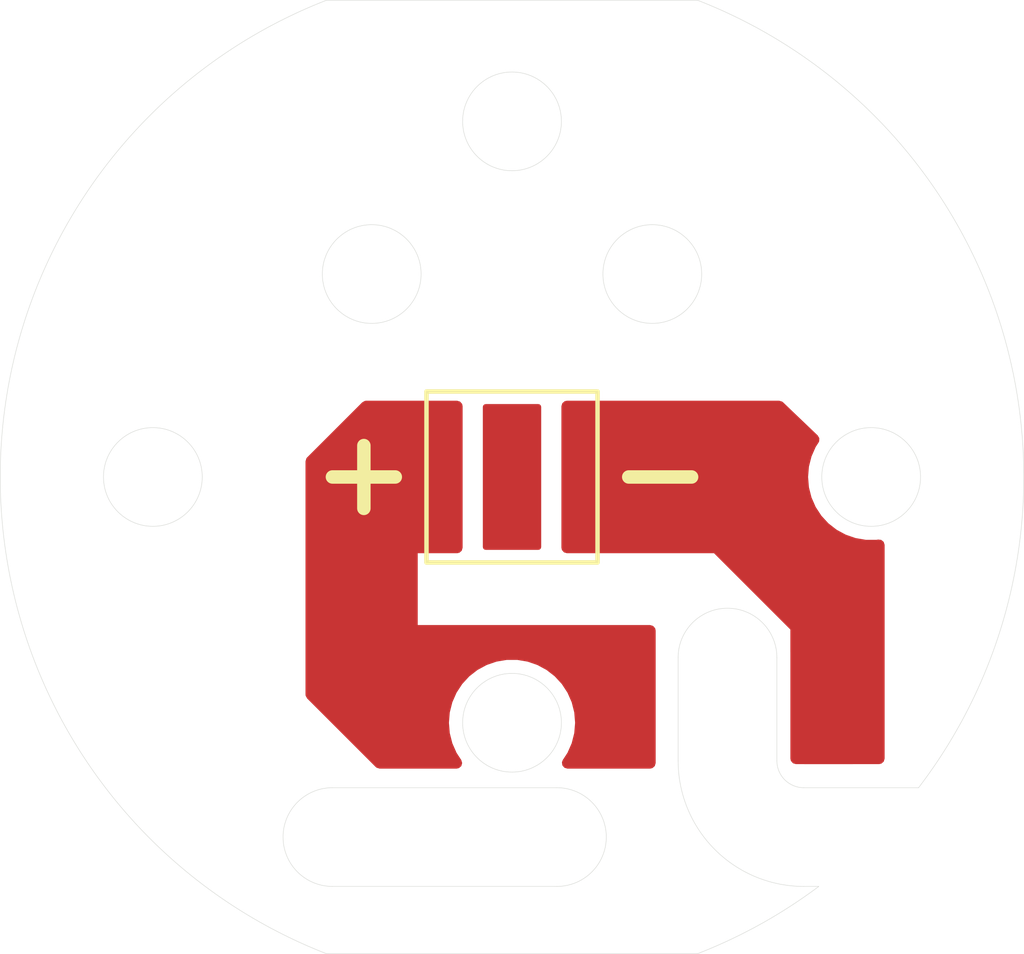
<source format=kicad_pcb>
(kicad_pcb (version 20221018) (generator pcbnew)
  (layers (0 "F.Cu" signal) (31 "B.Cu" signal) (34 "B.Paste" user) (35 "F.Paste" user) (36 "B.SilkS" user "B.Silkscreen") (37 "F.SilkS" user "F.Silkscreen") (38 "B.Mask" user) (39 "F.Mask" user) (44 "Edge.Cuts" user))
  (net 0 "")
  (net 1 "/LED_K")
  (net 2 "/LED_A")
  (footprint "local:2Pad" (layer "F.Cu") (at 154.8 104.9)
    (fp_text reference "J1" hide)
    (fp_text value "Conn_01x02" hide)
    (pad "1" smd roundrect (at -2.25 0 90) (size 3 1.2) (layers "F.Cu" "F.Mask") (roundrect_rratio 0.05) (net 2 "/LED_A"))
    (pad "2" smd roundrect (at 2.25 0 90) (size 3 1.2) (layers "F.Cu" "F.Mask") (roundrect_rratio 0.05) (net 1 "/LED_K"))
  )
  (footprint "local:SST-12-WxS" (layer "F.Cu") (at 150 100 -90)
    (fp_text reference "D1" hide)
    (fp_text value "SST-12-WxS")
    (fp_rect (start -1.905 -1.905) (end 1.905 1.905) (stroke (width 0.1)) (fill none) (layer "F.SilkS"))
    (pad "1" smd roundrect (at 0 -1.39 270) (size 3.25 0.48) (layers "F.Cu" "F.Paste" "F.Mask") (roundrect_rratio 0.05) (net 1 "/LED_K"))
    (pad "2" smd roundrect (at 0 1.39 270) (size 3.25 0.48) (layers "F.Cu" "F.Paste" "F.Mask") (roundrect_rratio 0.05) (net 2 "/LED_A"))
    (pad "MP" smd roundrect (at 0 0 270) (size 3.25 1.3) (layers "F.Cu" "F.Mask") (roundrect_rratio 0.05))
  )
  (gr_line (start 146 100) (end 147.4 100) (stroke (width 0.3)) (layer "F.SilkS"))
  (gr_line (start 152.6 100) (end 154 100) (stroke (width 0.3)) (layer "F.SilkS"))
  (gr_line (start 146.7 99.3) (end 146.7 100.7) (stroke (width 0.3)) (layer "F.SilkS"))
  (gr_arc (start 153.7 104.025) (mid 154.8 102.925) (end 155.9 104.025) (stroke (width 0.01)) (layer "Edge.Cuts"))
  (gr_line (start 155.9 106.325) (end 155.9 104.025) (stroke (width 0.01)) (layer "Edge.Cuts"))
  (gr_arc (start 151 106.925) (mid 152.1 108.025) (end 151 109.125) (stroke (width 0.01)) (layer "Edge.Cuts"))
  (gr_arc (start 146 109.125) (mid 144.9 108.025) (end 146 106.925) (stroke (width 0.01)) (layer "Edge.Cuts"))
  (gr_line (start 145.86849 89.375) (end 154.13151 89.375) (stroke (width 0.01)) (layer "Edge.Cuts"))
  (gr_arc (start 154.13151 89.375) (mid 160.976145 96.920352) (end 159.055627 106.925) (stroke (width 0.01)) (layer "Edge.Cuts"))
  (gr_line (start 154.13151 110.625) (end 145.86849 110.625) (stroke (width 0.01)) (layer "Edge.Cuts"))
  (gr_arc (start 156.5 106.925) (mid 156.075736 106.749264) (end 155.9 106.325) (stroke (width 0.01)) (layer "Edge.Cuts"))
  (gr_circle (center 142 100) (end 140.9 100) (stroke (width 0.01)) (fill none) (layer "Edge.Cuts"))
  (gr_arc (start 156.833328 109.125) (mid 155.533482 109.966974) (end 154.13151 110.625) (stroke (width 0.01)) (layer "Edge.Cuts"))
  (gr_arc (start 145.86849 110.625) (mid 138.6 100) (end 145.86849 89.375) (stroke (width 0.01)) (layer "Edge.Cuts"))
  (gr_circle (center 150 92.075) (end 148.9 92.075) (stroke (width 0.01)) (fill none) (layer "Edge.Cuts"))
  (gr_line (start 151 106.925) (end 146 106.925) (stroke (width 0.01)) (layer "Edge.Cuts"))
  (gr_arc (start 156.5 109.125) (mid 154.520101 108.304899) (end 153.7 106.325) (stroke (width 0.01)) (layer "Edge.Cuts"))
  (gr_circle (center 146.875 95.477438) (end 145.775 95.477438) (stroke (width 0.01)) (fill none) (layer "Edge.Cuts"))
  (gr_circle (center 150 105.477438) (end 148.9 105.477438) (stroke (width 0.01)) (fill none) (layer "Edge.Cuts"))
  (gr_circle (center 158 100) (end 156.9 100) (stroke (width 0.01)) (fill none) (layer "Edge.Cuts"))
  (gr_line (start 156.5 109.125) (end 156.833328 109.125) (stroke (width 0.01)) (layer "Edge.Cuts"))
  (gr_line (start 159.055627 106.925) (end 156.5 106.925) (stroke (width 0.01)) (layer "Edge.Cuts"))
  (gr_circle (center 153.125 95.477438) (end 152.025 95.477438) (stroke (width 0.01)) (fill none) (layer "Edge.Cuts"))
  (gr_line (start 153.7 104.025) (end 153.7 106.325) (stroke (width 0.01)) (layer "Edge.Cuts"))
  (gr_line (start 146 109.125) (end 151 109.125) (stroke (width 0.01)) (layer "Edge.Cuts"))
  (zone (net 1) (net_name "/LED_K") (layer "F.Cu") (priority 1) (connect_pads yes (clearance 0)) (min_thickness 0.25) (fill yes (thermal_gap 0.5) (thermal_bridge_width 0.5))
    (polygon (pts (xy 156.2 106.4) (xy 156.2 103.4) (xy 154.5 101.7) (xy 151.1 101.7) (xy 151.1 98.3) (xy 156 98.3) (xy 158.3 100.5) (xy 158.3 106.4)))
  )
  (zone (net 2) (net_name "/LED_A") (layer "F.Cu") (connect_pads yes (clearance 0)) (min_thickness 0.25) (fill yes (thermal_gap 0.5) (thermal_bridge_width 0.5))
    (polygon (pts (xy 153.2 103.3) (xy 151.3 103.3) (xy 147.9 103.3) (xy 147.9 101.7) (xy 148.9 101.7) (xy 148.9 98.3) (xy 146.7 98.3) (xy 145.4 99.6) (xy 145.4 104.9) (xy 147 106.5) (xy 153.2 106.5)))
  )
)
</source>
